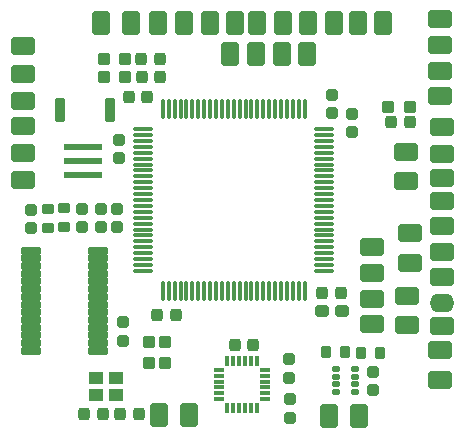
<source format=gbr>
%TF.GenerationSoftware,KiCad,Pcbnew,7.0.8*%
%TF.CreationDate,2023-11-14T14:25:30+07:00*%
%TF.ProjectId,Pixracer_clone,50697872-6163-4657-925f-636c6f6e652e,rev?*%
%TF.SameCoordinates,Original*%
%TF.FileFunction,Soldermask,Top*%
%TF.FilePolarity,Negative*%
%FSLAX46Y46*%
G04 Gerber Fmt 4.6, Leading zero omitted, Abs format (unit mm)*
G04 Created by KiCad (PCBNEW 7.0.8) date 2023-11-14 14:25:30*
%MOMM*%
%LPD*%
G01*
G04 APERTURE LIST*
G04 Aperture macros list*
%AMRoundRect*
0 Rectangle with rounded corners*
0 $1 Rounding radius*
0 $2 $3 $4 $5 $6 $7 $8 $9 X,Y pos of 4 corners*
0 Add a 4 corners polygon primitive as box body*
4,1,4,$2,$3,$4,$5,$6,$7,$8,$9,$2,$3,0*
0 Add four circle primitives for the rounded corners*
1,1,$1+$1,$2,$3*
1,1,$1+$1,$4,$5*
1,1,$1+$1,$6,$7*
1,1,$1+$1,$8,$9*
0 Add four rect primitives between the rounded corners*
20,1,$1+$1,$2,$3,$4,$5,0*
20,1,$1+$1,$4,$5,$6,$7,0*
20,1,$1+$1,$6,$7,$8,$9,0*
20,1,$1+$1,$8,$9,$2,$3,0*%
G04 Aperture macros list end*
%ADD10RoundRect,0.275000X-0.250000X0.225000X-0.250000X-0.225000X0.250000X-0.225000X0.250000X0.225000X0*%
%ADD11RoundRect,0.250000X-0.200000X-0.275000X0.200000X-0.275000X0.200000X0.275000X-0.200000X0.275000X0*%
%ADD12RoundRect,0.275000X0.225000X0.250000X-0.225000X0.250000X-0.225000X-0.250000X0.225000X-0.250000X0*%
%ADD13RoundRect,0.425000X0.625000X0.375000X-0.625000X0.375000X-0.625000X-0.375000X0.625000X-0.375000X0*%
%ADD14RoundRect,0.425000X-0.375000X0.625000X-0.375000X-0.625000X0.375000X-0.625000X0.375000X0.625000X0*%
%ADD15RoundRect,0.275000X-0.225000X-0.250000X0.225000X-0.250000X0.225000X0.250000X-0.225000X0.250000X0*%
%ADD16RoundRect,0.275000X0.250000X-0.225000X0.250000X0.225000X-0.250000X0.225000X-0.250000X-0.225000X0*%
%ADD17RoundRect,0.425000X0.375000X-0.625000X0.375000X0.625000X-0.375000X0.625000X-0.375000X-0.625000X0*%
%ADD18RoundRect,0.268750X0.218750X0.256250X-0.218750X0.256250X-0.218750X-0.256250X0.218750X-0.256250X0*%
%ADD19RoundRect,0.050000X0.250000X0.175000X-0.250000X0.175000X-0.250000X-0.175000X0.250000X-0.175000X0*%
%ADD20RoundRect,0.050000X0.575000X0.500000X-0.575000X0.500000X-0.575000X-0.500000X0.575000X-0.500000X0*%
%ADD21RoundRect,0.425000X-0.625000X-0.375000X0.625000X-0.375000X0.625000X0.375000X-0.625000X0.375000X0*%
%ADD22O,2.100000X1.600000*%
%ADD23RoundRect,0.250000X0.275000X-0.200000X0.275000X0.200000X-0.275000X0.200000X-0.275000X-0.200000X0*%
%ADD24RoundRect,0.287500X0.237500X-0.250000X0.237500X0.250000X-0.237500X0.250000X-0.237500X-0.250000X0*%
%ADD25RoundRect,0.287500X-0.250000X-0.237500X0.250000X-0.237500X0.250000X0.237500X-0.250000X0.237500X0*%
%ADD26RoundRect,0.287500X-0.300000X-0.237500X0.300000X-0.237500X0.300000X0.237500X-0.300000X0.237500X0*%
%ADD27RoundRect,0.287500X0.250000X0.237500X-0.250000X0.237500X-0.250000X-0.237500X0.250000X-0.237500X0*%
%ADD28RoundRect,0.050000X1.600000X-0.200000X1.600000X0.200000X-1.600000X0.200000X-1.600000X-0.200000X0*%
%ADD29RoundRect,0.250000X-0.200000X-0.800000X0.200000X-0.800000X0.200000X0.800000X-0.200000X0.800000X0*%
%ADD30RoundRect,0.268750X-0.218750X-0.256250X0.218750X-0.256250X0.218750X0.256250X-0.218750X0.256250X0*%
%ADD31RoundRect,0.122500X0.719500X0.184500X-0.719500X0.184500X-0.719500X-0.184500X0.719500X-0.184500X0*%
%ADD32RoundRect,0.125000X-0.725000X-0.075000X0.725000X-0.075000X0.725000X0.075000X-0.725000X0.075000X0*%
%ADD33RoundRect,0.125000X-0.075000X-0.725000X0.075000X-0.725000X0.075000X0.725000X-0.075000X0.725000X0*%
%ADD34RoundRect,0.050000X0.130000X-0.395000X0.130000X0.395000X-0.130000X0.395000X-0.130000X-0.395000X0*%
%ADD35RoundRect,0.050000X0.395000X0.130000X-0.395000X0.130000X-0.395000X-0.130000X0.395000X-0.130000X0*%
%ADD36RoundRect,0.050000X-0.130000X0.395000X-0.130000X-0.395000X0.130000X-0.395000X0.130000X0.395000X0*%
%ADD37RoundRect,0.050000X-0.395000X-0.130000X0.395000X-0.130000X0.395000X0.130000X-0.395000X0.130000X0*%
G04 APERTURE END LIST*
D10*
%TO.C,C6*%
X129500000Y-88925000D03*
X129500000Y-90475000D03*
%TD*%
D11*
%TO.C,R16*%
X128975000Y-110700000D03*
X130625000Y-110700000D03*
%TD*%
D12*
%TO.C,C23*%
X122850000Y-110100000D03*
X121300000Y-110100000D03*
%TD*%
D13*
%TO.C,SPI2*%
X132950000Y-108300000D03*
X132950000Y-106200000D03*
X132950000Y-104000000D03*
X132950000Y-101800000D03*
%TD*%
D14*
%TO.C,UART1*%
X121300000Y-82800000D03*
X119200000Y-82800000D03*
X117000000Y-82800000D03*
X114800000Y-82800000D03*
%TD*%
D15*
%TO.C,C22*%
X128700000Y-105700000D03*
X130250000Y-105700000D03*
%TD*%
D16*
%TO.C,C21*%
X133000000Y-113875000D03*
X133000000Y-112325000D03*
%TD*%
D17*
%TO.C,T3*%
X129300000Y-116100000D03*
X131800000Y-116100000D03*
%TD*%
D16*
%TO.C,C17*%
X109975000Y-100100000D03*
X109975000Y-98550000D03*
%TD*%
D18*
%TO.C,D4*%
X114962500Y-85870000D03*
X113387500Y-85870000D03*
%TD*%
D19*
%TO.C,BMP280*%
X129900000Y-114050000D03*
X129900000Y-113400000D03*
X129900000Y-112750000D03*
X129900000Y-112100000D03*
X131500000Y-112100000D03*
X131500000Y-112750000D03*
X131500000Y-113400000D03*
X131500000Y-114050000D03*
%TD*%
D13*
%TO.C,SWD*%
X138700000Y-89000000D03*
X138700000Y-86900000D03*
X138700000Y-84700000D03*
X138700000Y-82500000D03*
%TD*%
D20*
%TO.C,Y2*%
X111275000Y-112900000D03*
X109525000Y-112900000D03*
X109525000Y-114300000D03*
X111275000Y-114300000D03*
%TD*%
D14*
%TO.C,GPS1*%
X133800000Y-82800000D03*
X131700000Y-82800000D03*
X129700000Y-82800000D03*
X127500000Y-82800000D03*
X125400000Y-82800000D03*
X123200000Y-82800000D03*
%TD*%
D21*
%TO.C,MOTOR*%
X138800000Y-93900000D03*
X138800000Y-95900000D03*
X138800000Y-97900000D03*
X138800000Y-100000000D03*
X138800000Y-102200000D03*
X138800000Y-104300000D03*
D22*
X138800000Y-106500000D03*
D21*
X138800000Y-108500000D03*
%TD*%
D23*
%TO.C,R8*%
X106800000Y-100125000D03*
X106800000Y-98475000D03*
%TD*%
D13*
%TO.C,UART7*%
X138700000Y-113000000D03*
X138700000Y-110500000D03*
%TD*%
D21*
%TO.C,VTX1*%
X103400000Y-84800000D03*
X103400000Y-87100000D03*
X103400000Y-89400000D03*
%TD*%
D12*
%TO.C,C25*%
X113150000Y-115900000D03*
X111600000Y-115900000D03*
%TD*%
D16*
%TO.C,C4*%
X125900000Y-112850000D03*
X125900000Y-111300000D03*
%TD*%
D21*
%TO.C,5V*%
X138800000Y-91600000D03*
%TD*%
D24*
%TO.C,R5*%
X114000000Y-111612500D03*
X114000000Y-109787500D03*
%TD*%
D16*
%TO.C,C2*%
X104075000Y-100175000D03*
X104075000Y-98625000D03*
%TD*%
D10*
%TO.C,C13*%
X111300000Y-98525000D03*
X111300000Y-100075000D03*
%TD*%
D12*
%TO.C,C8*%
X116275000Y-107500000D03*
X114725000Y-107500000D03*
%TD*%
D23*
%TO.C,R3*%
X105475000Y-100198214D03*
X105475000Y-98548214D03*
%TD*%
D25*
%TO.C,R4*%
X110187500Y-87400000D03*
X112012500Y-87400000D03*
%TD*%
D26*
%TO.C,C3*%
X128637500Y-107200000D03*
X130362500Y-107200000D03*
%TD*%
D27*
%TO.C,R10*%
X136112500Y-89900000D03*
X134287500Y-89900000D03*
%TD*%
D16*
%TO.C,C18*%
X108375000Y-100100000D03*
X108375000Y-98550000D03*
%TD*%
D28*
%TO.C,Y1*%
X108400000Y-95700000D03*
X108400000Y-94500000D03*
X108400000Y-93300000D03*
%TD*%
D21*
%TO.C,UART3*%
X136100000Y-100600000D03*
X136100000Y-103100000D03*
%TD*%
D11*
%TO.C,R18*%
X131975000Y-110725000D03*
X133625000Y-110725000D03*
%TD*%
D16*
%TO.C,C20*%
X111800000Y-109700000D03*
X111800000Y-108150000D03*
%TD*%
D25*
%TO.C,R2*%
X110187500Y-85900000D03*
X112012500Y-85900000D03*
%TD*%
D16*
%TO.C,C1*%
X131200000Y-92075000D03*
X131200000Y-90525000D03*
%TD*%
D17*
%TO.C,UART4*%
X114900000Y-116000000D03*
X117400000Y-116000000D03*
%TD*%
D29*
%TO.C,BOOT*%
X106500000Y-90200000D03*
X110700000Y-90200000D03*
%TD*%
D24*
%TO.C,R6*%
X115400000Y-111612500D03*
X115400000Y-109787500D03*
%TD*%
D13*
%TO.C,UART6*%
X135800000Y-96200000D03*
X135800000Y-93700000D03*
%TD*%
D30*
%TO.C,PWR*%
X134512500Y-91200000D03*
X136087500Y-91200000D03*
%TD*%
D31*
%TO.C,U2*%
X109750000Y-110550000D03*
X109750000Y-109900000D03*
X109750000Y-109250000D03*
X109750000Y-108600000D03*
X109750000Y-107950000D03*
X109750000Y-107300000D03*
X109750000Y-106650000D03*
X109750000Y-106000000D03*
X109750000Y-105350000D03*
X109750000Y-104700000D03*
X109750000Y-104050000D03*
X109750000Y-103400000D03*
X109750000Y-102750000D03*
X109750000Y-102100000D03*
X104000000Y-102100000D03*
X104000000Y-102750000D03*
X104000000Y-103400000D03*
X104000000Y-104050000D03*
X104000000Y-104700000D03*
X104000000Y-105350000D03*
X104000000Y-106000000D03*
X104000000Y-106650000D03*
X104000000Y-107300000D03*
X104000000Y-107950000D03*
X104000000Y-108600000D03*
X104000000Y-109250000D03*
X104000000Y-109900000D03*
X104000000Y-110550000D03*
%TD*%
D18*
%TO.C,D5*%
X114987500Y-87400000D03*
X113412500Y-87400000D03*
%TD*%
D21*
%TO.C,CAM1*%
X103400000Y-91500000D03*
X103400000Y-93800000D03*
X103400000Y-96100000D03*
%TD*%
D15*
%TO.C,C26*%
X108550000Y-115900000D03*
X110100000Y-115900000D03*
%TD*%
D21*
%TO.C,I2C2*%
X135900000Y-105900000D03*
X135900000Y-108400000D03*
%TD*%
D15*
%TO.C,C19*%
X112325000Y-89100000D03*
X113875000Y-89100000D03*
%TD*%
D32*
%TO.C,STM32F427VIT6*%
X113525000Y-91800000D03*
X113525000Y-92300000D03*
X113525000Y-92800000D03*
X113525000Y-93300000D03*
X113525000Y-93800000D03*
X113525000Y-94300000D03*
X113525000Y-94800000D03*
X113525000Y-95300000D03*
X113525000Y-95800000D03*
X113525000Y-96300000D03*
X113525000Y-96800000D03*
X113525000Y-97300000D03*
X113525000Y-97800000D03*
X113525000Y-98300000D03*
X113525000Y-98800000D03*
X113525000Y-99300000D03*
X113525000Y-99800000D03*
X113525000Y-100300000D03*
X113525000Y-100800000D03*
X113525000Y-101300000D03*
X113525000Y-101800000D03*
X113525000Y-102300000D03*
X113525000Y-102800000D03*
X113525000Y-103300000D03*
X113525000Y-103800000D03*
D33*
X115200000Y-105475000D03*
X115700000Y-105475000D03*
X116200000Y-105475000D03*
X116700000Y-105475000D03*
X117200000Y-105475000D03*
X117700000Y-105475000D03*
X118200000Y-105475000D03*
X118700000Y-105475000D03*
X119200000Y-105475000D03*
X119700000Y-105475000D03*
X120200000Y-105475000D03*
X120700000Y-105475000D03*
X121200000Y-105475000D03*
X121700000Y-105475000D03*
X122200000Y-105475000D03*
X122700000Y-105475000D03*
X123200000Y-105475000D03*
X123700000Y-105475000D03*
X124200000Y-105475000D03*
X124700000Y-105475000D03*
X125200000Y-105475000D03*
X125700000Y-105475000D03*
X126200000Y-105475000D03*
X126700000Y-105475000D03*
X127200000Y-105475000D03*
D32*
X128875000Y-103800000D03*
X128875000Y-103300000D03*
X128875000Y-102800000D03*
X128875000Y-102300000D03*
X128875000Y-101800000D03*
X128875000Y-101300000D03*
X128875000Y-100800000D03*
X128875000Y-100300000D03*
X128875000Y-99800000D03*
X128875000Y-99300000D03*
X128875000Y-98800000D03*
X128875000Y-98300000D03*
X128875000Y-97800000D03*
X128875000Y-97300000D03*
X128875000Y-96800000D03*
X128875000Y-96300000D03*
X128875000Y-95800000D03*
X128875000Y-95300000D03*
X128875000Y-94800000D03*
X128875000Y-94300000D03*
X128875000Y-93800000D03*
X128875000Y-93300000D03*
X128875000Y-92800000D03*
X128875000Y-92300000D03*
X128875000Y-91800000D03*
D33*
X127200000Y-90125000D03*
X126700000Y-90125000D03*
X126200000Y-90125000D03*
X125700000Y-90125000D03*
X125200000Y-90125000D03*
X124700000Y-90125000D03*
X124200000Y-90125000D03*
X123700000Y-90125000D03*
X123200000Y-90125000D03*
X122700000Y-90125000D03*
X122200000Y-90125000D03*
X121700000Y-90125000D03*
X121200000Y-90125000D03*
X120700000Y-90125000D03*
X120200000Y-90125000D03*
X119700000Y-90125000D03*
X119200000Y-90125000D03*
X118700000Y-90125000D03*
X118200000Y-90125000D03*
X117700000Y-90125000D03*
X117200000Y-90125000D03*
X116700000Y-90125000D03*
X116200000Y-90125000D03*
X115700000Y-90125000D03*
X115200000Y-90125000D03*
%TD*%
D10*
%TO.C,C16*%
X125955000Y-114675000D03*
X125955000Y-116225000D03*
%TD*%
D34*
%TO.C,ICM20689*%
X120650000Y-115392500D03*
X121150000Y-115392500D03*
X121650000Y-115392500D03*
X122150000Y-115392500D03*
X122650000Y-115392500D03*
X123150000Y-115392500D03*
D35*
X123870000Y-114672500D03*
X123870000Y-114172500D03*
X123870000Y-113672500D03*
X123870000Y-113172500D03*
X123870000Y-112672500D03*
X123870000Y-112172500D03*
D36*
X123150000Y-111452500D03*
X122650000Y-111452500D03*
X122150000Y-111452500D03*
X121650000Y-111452500D03*
X121150000Y-111452500D03*
X120650000Y-111452500D03*
D37*
X119930000Y-112172500D03*
X119930000Y-112672500D03*
X119930000Y-113172500D03*
X119930000Y-113672500D03*
X119930000Y-114172500D03*
X119930000Y-114672500D03*
%TD*%
D16*
%TO.C,C9*%
X111500000Y-94275000D03*
X111500000Y-92725000D03*
%TD*%
D14*
%TO.C,SPI3*%
X127400000Y-85450000D03*
X125300000Y-85450000D03*
X123100000Y-85450000D03*
X120900000Y-85450000D03*
%TD*%
%TO.C,UART8*%
X112500000Y-82800000D03*
X110000000Y-82800000D03*
%TD*%
M02*

</source>
